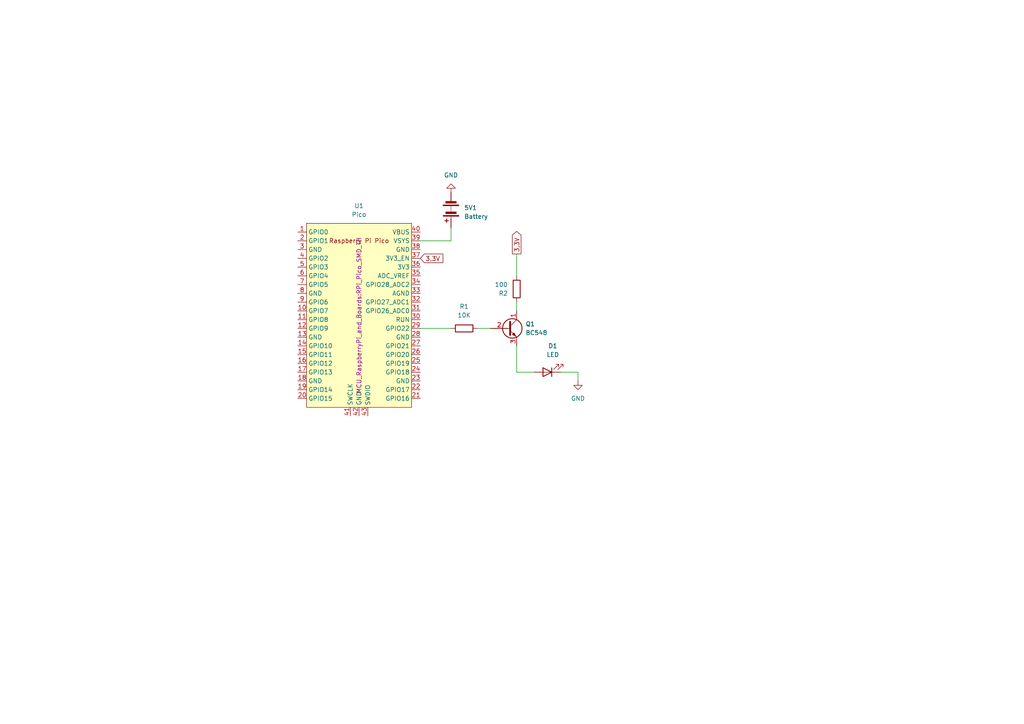
<source format=kicad_sch>
(kicad_sch (version 20231120) (generator "eeschema") (generator_version "8.0")
  (paper "A4")
  (lib_symbols
    (symbol "Device:Battery" (pin_numbers hide) (pin_names (offset 0) hide)
      (property "Reference" "BT" (at 2.54 2.54 0))
      (property "Value" "Battery" (at 2.54 0 0))
      (symbol "Battery_0_1"
        (rectangle (start -2.286 -1.27) (end 2.286 -1.524) (fill (type outline)))
        (rectangle (start -2.286 1.778) (end 2.286 1.524) (fill (type outline)))
        (rectangle (start -1.524 -2.032) (end 1.524 -2.54) (fill (type outline)))
        (rectangle (start -1.524 1.016) (end 1.524 0.508) (fill (type outline)))
        (polyline (pts (xy 0 -1.016) (xy 0 -0.762)))
        (polyline (pts (xy 0 -0.508) (xy 0 -0.254)))
        (polyline (pts (xy 0 0) (xy 0 0.254)))
        (polyline (pts (xy 0 1.778) (xy 0 2.54)))
        (polyline (pts (xy 0.762 3.048) (xy 1.778 3.048)) (stroke (width 0.254)))
        (polyline (pts (xy 1.27 3.556) (xy 1.27 2.54)) (stroke (width 0.254)))
      )
      (symbol "Battery_1_1"
        (pin passive line (at 0 5.08 270) (length 2.54) (name "+") (number "1"))
        (pin passive line (at 0 -5.08 90) (length 2.54) (name "-") (number "2"))
      )
    )
    (symbol "Device:LED" (pin_numbers hide) (pin_names (offset 1.016) hide)
      (property "Reference" "D" (at 0 2.54 0))
      (property "Value" "LED" (at 0 -2.54 0))
      (symbol "LED_0_1"
        (polyline (pts (xy -1.27 -1.27) (xy -1.27 1.27)) (stroke (width 0.254)))
        (polyline (pts (xy -1.27 0) (xy 1.27 0)))
        (polyline (pts (xy 1.27 -1.27) (xy 1.27 1.27) (xy -1.27 0) (xy 1.27 -1.27)) (stroke (width 0.254)))
        (polyline (pts (xy -3.048 -0.762) (xy -4.572 -2.286) (xy -3.81 -2.286) (xy -4.572 -2.286) (xy -4.572 -1.524)))
        (polyline (pts (xy -1.778 -0.762) (xy -3.302 -2.286) (xy -2.54 -2.286) (xy -3.302 -2.286) (xy -3.302 -1.524)))
      )
      (symbol "LED_1_1"
        (pin passive line (at -3.81 0 0) (length 2.54) (name "K") (number "1"))
        (pin passive line (at 3.81 0 180) (length 2.54) (name "A") (number "2"))
      )
    )
    (symbol "Device:R" (pin_numbers hide) (pin_names (offset 0))
      (property "Reference" "R" (at 2.032 0 90))
      (property "Value" "R" (at 0 0 90))
      (symbol "R_0_1"
        (rectangle (start -1.016 -2.54) (end 1.016 2.54) (stroke (width 0.254)))
      )
      (symbol "R_1_1"
        (pin passive line (at 0 3.81 270) (length 1.27) (name "~") (number "1"))
        (pin passive line (at 0 -3.81 90) (length 1.27) (name "~") (number "2"))
      )
    )
    (symbol "MCU_RaspberryPi_and_Boards:Pico"
      (property "Reference" "U" (at -13.97 27.94 0))
      (property "Value" "Pico" (at 0 19.05 0))
      (symbol "Pico_0_0"
        (text "Raspberry Pi Pico" (at 0 21.59 0) (effects (font (size 1.27 1.27))))
      )
      (symbol "Pico_0_1"
        (rectangle (start -15.24 26.67) (end 15.24 -26.67) (fill (type background)))
      )
      (symbol "Pico_1_1"
        (pin bidirectional line (at -17.78 24.13 0) (length 2.54) (name "GPIO0") (number "1"))
        (pin bidirectional line (at -17.78 1.27 0) (length 2.54) (name "GPIO7") (number "10"))
        (pin bidirectional line (at -17.78 -1.27 0) (length 2.54) (name "GPIO8") (number "11"))
        (pin bidirectional line (at -17.78 -3.81 0) (length 2.54) (name "GPIO9") (number "12"))
        (pin power_in line (at -17.78 -6.35 0) (length 2.54) (name "GND") (number "13"))
        (pin bidirectional line (at -17.78 -8.89 0) (length 2.54) (name "GPIO10") (number "14"))
        (pin bidirectional line (at -17.78 -11.43 0) (length 2.54) (name "GPIO11") (number "15"))
        (pin bidirectional line (at -17.78 -13.97 0) (length 2.54) (name "GPIO12") (number "16"))
        (pin bidirectional line (at -17.78 -16.51 0) (length 2.54) (name "GPIO13") (number "17"))
        (pin power_in line (at -17.78 -19.05 0) (length 2.54) (name "GND") (number "18"))
        (pin bidirectional line (at -17.78 -21.59 0) (length 2.54) (name "GPIO14") (number "19"))
        (pin bidirectional line (at -17.78 21.59 0) (length 2.54) (name "GPIO1") (number "2"))
        (pin bidirectional line (at -17.78 -24.13 0) (length 2.54) (name "GPIO15") (number "20"))
        (pin bidirectional line (at 17.78 -24.13 180) (length 2.54) (name "GPIO16") (number "21"))
        (pin bidirectional line (at 17.78 -21.59 180) (length 2.54) (name "GPIO17") (number "22"))
        (pin power_in line (at 17.78 -19.05 180) (length 2.54) (name "GND") (number "23"))
        (pin bidirectional line (at 17.78 -16.51 180) (length 2.54) (name "GPIO18") (number "24"))
        (pin bidirectional line (at 17.78 -13.97 180) (length 2.54) (name "GPIO19") (number "25"))
        (pin bidirectional line (at 17.78 -11.43 180) (length 2.54) (name "GPIO20") (number "26"))
        (pin bidirectional line (at 17.78 -8.89 180) (length 2.54) (name "GPIO21") (number "27"))
        (pin power_in line (at 17.78 -6.35 180) (length 2.54) (name "GND") (number "28"))
        (pin bidirectional line (at 17.78 -3.81 180) (length 2.54) (name "GPIO22") (number "29"))
        (pin power_in line (at -17.78 19.05 0) (length 2.54) (name "GND") (number "3"))
        (pin input line (at 17.78 -1.27 180) (length 2.54) (name "RUN") (number "30"))
        (pin bidirectional line (at 17.78 1.27 180) (length 2.54) (name "GPIO26_ADC0") (number "31"))
        (pin bidirectional line (at 17.78 3.81 180) (length 2.54) (name "GPIO27_ADC1") (number "32"))
        (pin power_in line (at 17.78 6.35 180) (length 2.54) (name "AGND") (number "33"))
        (pin bidirectional line (at 17.78 8.89 180) (length 2.54) (name "GPIO28_ADC2") (number "34"))
        (pin power_in line (at 17.78 11.43 180) (length 2.54) (name "ADC_VREF") (number "35"))
        (pin power_in line (at 17.78 13.97 180) (length 2.54) (name "3V3") (number "36"))
        (pin input line (at 17.78 16.51 180) (length 2.54) (name "3V3_EN") (number "37"))
        (pin bidirectional line (at 17.78 19.05 180) (length 2.54) (name "GND") (number "38"))
        (pin power_in line (at 17.78 21.59 180) (length 2.54) (name "VSYS") (number "39"))
        (pin bidirectional line (at -17.78 16.51 0) (length 2.54) (name "GPIO2") (number "4"))
        (pin power_in line (at 17.78 24.13 180) (length 2.54) (name "VBUS") (number "40"))
        (pin input line (at -2.54 -29.21 90) (length 2.54) (name "SWCLK") (number "41"))
        (pin power_in line (at 0 -29.21 90) (length 2.54) (name "GND") (number "42"))
        (pin bidirectional line (at 2.54 -29.21 90) (length 2.54) (name "SWDIO") (number "43"))
        (pin bidirectional line (at -17.78 13.97 0) (length 2.54) (name "GPIO3") (number "5"))
        (pin bidirectional line (at -17.78 11.43 0) (length 2.54) (name "GPIO4") (number "6"))
        (pin bidirectional line (at -17.78 8.89 0) (length 2.54) (name "GPIO5") (number "7"))
        (pin power_in line (at -17.78 6.35 0) (length 2.54) (name "GND") (number "8"))
        (pin bidirectional line (at -17.78 3.81 0) (length 2.54) (name "GPIO6") (number "9"))
      )
    )
    (symbol "Transistor_BJT:BC548" (pin_names (offset 0) hide)
      (property "Reference" "Q" (at 5.08 1.905 0))
      (property "Value" "BC548" (at 5.08 0 0))
      (symbol "BC548_0_1"
        (polyline (pts (xy 0 0) (xy 0.635 0)))
        (polyline (pts (xy 0.635 0.635) (xy 2.54 2.54)))
        (polyline (pts (xy 0.635 -0.635) (xy 2.54 -2.54) (xy 2.54 -2.54)))
        (polyline (pts (xy 0.635 1.905) (xy 0.635 -1.905) (xy 0.635 -1.905)) (stroke (width 0.508)))
        (polyline (pts (xy 1.27 -1.778) (xy 1.778 -1.27) (xy 2.286 -2.286) (xy 1.27 -1.778) (xy 1.27 -1.778)) (fill (type outline)))
        (circle (center 1.27 0) (radius 2.8194) (stroke (width 0.254)))
      )
      (symbol "BC548_1_1"
        (pin passive line (at 2.54 5.08 270) (length 2.54) (name "C") (number "1"))
        (pin input line (at -5.08 0 0) (length 5.08) (name "B") (number "2"))
        (pin passive line (at 2.54 -5.08 90) (length 2.54) (name "E") (number "3"))
      )
    )
    (symbol "power:GND" (power) (pin_numbers hide) (pin_names (offset 0) hide)
      (property "Value" "GND" (at 0 -3.81 0))
      (symbol "GND_0_1"
        (polyline (pts (xy 0 0) (xy 0 -1.27) (xy 1.27 -1.27) (xy 0 -2.54) (xy -1.27 -1.27) (xy 0 -1.27)))
      )
      (symbol "GND_1_1"
        (pin power_in line (at 0 0 270) (length 0) (name "~") (number "1"))
      )
    )
  )
  (wire (pts (xy 121.92 95.25) (xy 130.81 95.25)))
  (wire (pts (xy 167.64 107.95) (xy 167.64 110.49)))
  (wire (pts (xy 149.86 87.63) (xy 149.86 90.17)))
  (wire (pts (xy 138.43 95.25) (xy 142.24 95.25)))
  (wire (pts (xy 162.56 107.95) (xy 167.64 107.95)))
  (wire (pts (xy 149.86 107.95) (xy 154.94 107.95)))
  (wire (pts (xy 149.86 100.33) (xy 149.86 107.95)))
  (wire (pts (xy 149.86 73.66) (xy 149.86 80.01)))
  (wire (pts (xy 130.81 66.04) (xy 130.81 69.85)))
  (wire (pts (xy 130.81 69.85) (xy 121.92 69.85)))
  (global_label "3,3V" (shape input) (at 121.92 74.93 0) (property "Intersheetrefs" "${INTERSHEET_REFS}" (effects (hide yes))))
  (global_label "3,3V" (shape output) (at 149.86 73.66 90) (property "Intersheetrefs" "${INTERSHEET_REFS}" (effects (hide yes))))
  (symbol (lib_id "power:GND") (at 167.64 110.49 0) (unit 1)
    (property "Reference" "#PWR01" (effects (hide yes)))
    (property "Value" "GND" (at 167.64 115.57 0))
    (property "Description" "Power symbol creates a global label with name \"GND\" , ground" (effects (hide yes)))
  )
  (symbol (lib_id "Device:R") (at 149.86 83.82 180) (unit 1)
    (property "Reference" "R2" (at 147.32 85.0901 0) (effects (justify left)))
    (property "Value" "100" (at 147.32 82.5501 0) (effects (justify left)))
    (property "Description" "Resistor" (effects (hide yes)))
  )
  (symbol (lib_id "power:GND") (at 130.81 55.88 180) (unit 1)
    (property "Reference" "#PWR02" (effects (hide yes)))
    (property "Value" "GND" (at 130.81 50.8 0))
    (property "Description" "Power symbol creates a global label with name \"GND\" , ground" (effects (hide yes)))
  )
  (symbol (lib_id "Device:Battery") (at 130.81 60.96 180) (unit 1)
    (property "Reference" "5V1" (at 134.62 60.2614 0) (effects (justify right)))
    (property "Value" "Battery" (at 134.62 62.8014 0) (effects (justify right)))
    (property "Footprint" "Connector_Coaxial:SMA_Amphenol_132291-12_Vertical" (effects (hide yes)))
    (property "Description" "Multiple-cell battery" (effects (hide yes)))
  )
  (symbol (lib_id "Transistor_BJT:BC548") (at 147.32 95.25 0) (unit 1)
    (property "Reference" "Q1" (at 152.4 93.9799 0) (effects (justify left)))
    (property "Value" "BC548" (at 152.4 96.5199 0) (effects (justify left)))
    (property "Footprint" "Package_TO_SOT_THT:TO-92_Inline" (effects (hide yes)))
    (property "Datasheet" "https://www.onsemi.com/pub/Collateral/BC550-D.pdf" (effects (hide yes)))
    (property "Description" "0.1A Ic, 30V Vce, Small Signal NPN Transistor, TO-92" (effects (hide yes)))
  )
  (symbol (lib_id "MCU_RaspberryPi_and_Boards:Pico") (at 104.14 91.44 0) (unit 1)
    (property "Reference" "U1" (at 104.14 59.69 0))
    (property "Value" "Pico" (at 104.14 62.23 0))
    (property "Footprint" "MCU_RaspberryPi_and_Boards:RPi_Pico_SMD_TH" (at 104.14 91.44 90))
  )
  (symbol (lib_id "Device:LED") (at 158.75 107.95 180) (unit 1)
    (property "Reference" "D1" (at 160.3375 100.33 0))
    (property "Value" "LED" (at 160.3375 102.87 0))
    (property "Footprint" "LED_THT:LED_D3.0mm_Horizontal_O1.27mm_Z2.0mm" (effects (hide yes)))
    (property "Description" "Light emitting diode" (effects (hide yes)))
  )
  (symbol (lib_id "Device:R") (at 134.62 95.25 90) (unit 1)
    (property "Reference" "R1" (at 134.62 88.9 90))
    (property "Value" "10K" (at 134.62 91.44 90))
    (property "Footprint" "Resistor_THT:R_Axial_DIN0617_L17.0mm_D6.0mm_P25.40mm_Horizontal" (effects (hide yes)))
    (property "Description" "Resistor" (effects (hide yes)))
  )
)
</source>
